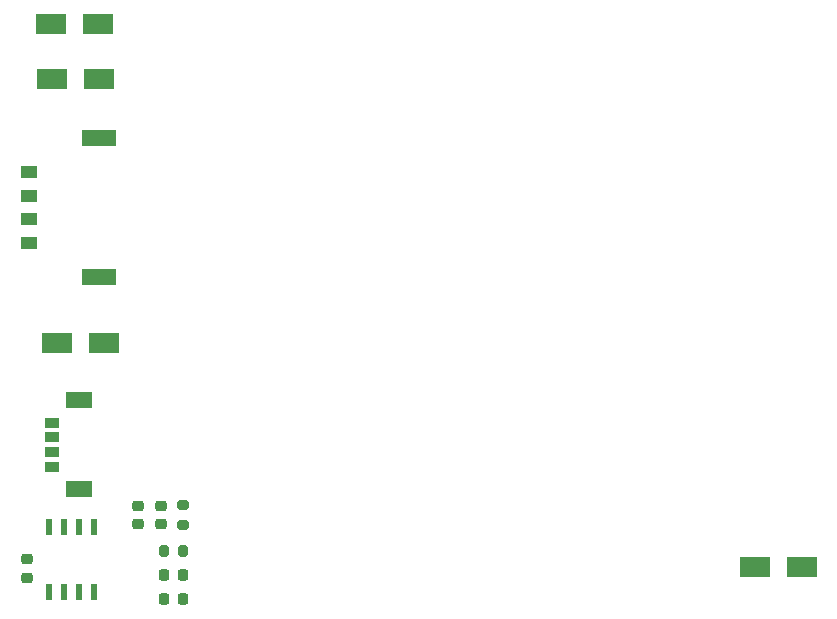
<source format=gbp>
%TF.GenerationSoftware,KiCad,Pcbnew,9.0.1*%
%TF.CreationDate,2025-04-07T03:16:16-07:00*%
%TF.ProjectId,ZPlus_Panel,5a506c75-735f-4506-916e-656c2e6b6963,2.4*%
%TF.SameCoordinates,Original*%
%TF.FileFunction,Paste,Bot*%
%TF.FilePolarity,Positive*%
%FSLAX46Y46*%
G04 Gerber Fmt 4.6, Leading zero omitted, Abs format (unit mm)*
G04 Created by KiCad (PCBNEW 9.0.1) date 2025-04-07 03:16:16*
%MOMM*%
%LPD*%
G01*
G04 APERTURE LIST*
G04 Aperture macros list*
%AMRoundRect*
0 Rectangle with rounded corners*
0 $1 Rounding radius*
0 $2 $3 $4 $5 $6 $7 $8 $9 X,Y pos of 4 corners*
0 Add a 4 corners polygon primitive as box body*
4,1,4,$2,$3,$4,$5,$6,$7,$8,$9,$2,$3,0*
0 Add four circle primitives for the rounded corners*
1,1,$1+$1,$2,$3*
1,1,$1+$1,$4,$5*
1,1,$1+$1,$6,$7*
1,1,$1+$1,$8,$9*
0 Add four rect primitives between the rounded corners*
20,1,$1+$1,$2,$3,$4,$5,0*
20,1,$1+$1,$4,$5,$6,$7,0*
20,1,$1+$1,$6,$7,$8,$9,0*
20,1,$1+$1,$8,$9,$2,$3,0*%
G04 Aperture macros list end*
%ADD10R,2.500000X1.700000*%
%ADD11RoundRect,0.225000X-0.250000X0.225000X-0.250000X-0.225000X0.250000X-0.225000X0.250000X0.225000X0*%
%ADD12R,0.533400X1.460500*%
%ADD13RoundRect,0.225000X0.225000X0.250000X-0.225000X0.250000X-0.225000X-0.250000X0.225000X-0.250000X0*%
%ADD14RoundRect,0.225000X0.250000X-0.225000X0.250000X0.225000X-0.250000X0.225000X-0.250000X-0.225000X0*%
%ADD15RoundRect,0.200000X0.200000X0.275000X-0.200000X0.275000X-0.200000X-0.275000X0.200000X-0.275000X0*%
%ADD16R,1.295400X0.838200*%
%ADD17R,2.260600X1.397000*%
%ADD18R,1.450000X1.100000*%
%ADD19R,2.899999X1.350000*%
%ADD20RoundRect,0.200000X-0.275000X0.200000X-0.275000X-0.200000X0.275000X-0.200000X0.275000X0.200000X0*%
G04 APERTURE END LIST*
D10*
%TO.C,D2*%
X121338000Y-65543200D03*
X117338000Y-65543200D03*
%TD*%
D11*
%TO.C,C1*%
X124713000Y-106318200D03*
X124713000Y-107868200D03*
%TD*%
D12*
%TO.C,U1*%
X117133000Y-108119050D03*
X118403000Y-108119050D03*
X119673000Y-108119050D03*
X120943000Y-108119050D03*
X120943000Y-113567350D03*
X119673000Y-113567350D03*
X118403000Y-113567350D03*
X117133000Y-113567350D03*
%TD*%
D10*
%TO.C,D3*%
X121838000Y-92518200D03*
X117838000Y-92518200D03*
%TD*%
D13*
%TO.C,C3*%
X128488000Y-114155700D03*
X126938000Y-114155700D03*
%TD*%
D14*
%TO.C,C5*%
X115288000Y-112368200D03*
X115288000Y-110818200D03*
%TD*%
D15*
%TO.C,R2*%
X128538000Y-110105700D03*
X126888000Y-110105700D03*
%TD*%
D16*
%TO.C,J2*%
X117438000Y-99243200D03*
X117438000Y-100493200D03*
X117438000Y-101743200D03*
X117438000Y-102993200D03*
D17*
X119732890Y-104893201D03*
X119732890Y-97343199D03*
%TD*%
D10*
%TO.C,D1*%
X121438000Y-70143200D03*
X117438000Y-70143200D03*
%TD*%
D13*
%TO.C,C4*%
X128488000Y-112130700D03*
X126938000Y-112130700D03*
%TD*%
D11*
%TO.C,C2*%
X126638000Y-106318200D03*
X126638000Y-107868200D03*
%TD*%
D10*
%TO.C,D5*%
X180963000Y-111493200D03*
X176963000Y-111493200D03*
%TD*%
D18*
%TO.C,J4*%
X115438001Y-78028550D03*
X115438001Y-80028551D03*
X115438001Y-82028550D03*
X115438001Y-84028551D03*
D19*
X121413000Y-86923549D03*
X121413000Y-75133552D03*
%TD*%
D20*
%TO.C,R1*%
X128538000Y-106268200D03*
X128538000Y-107918200D03*
%TD*%
M02*

</source>
